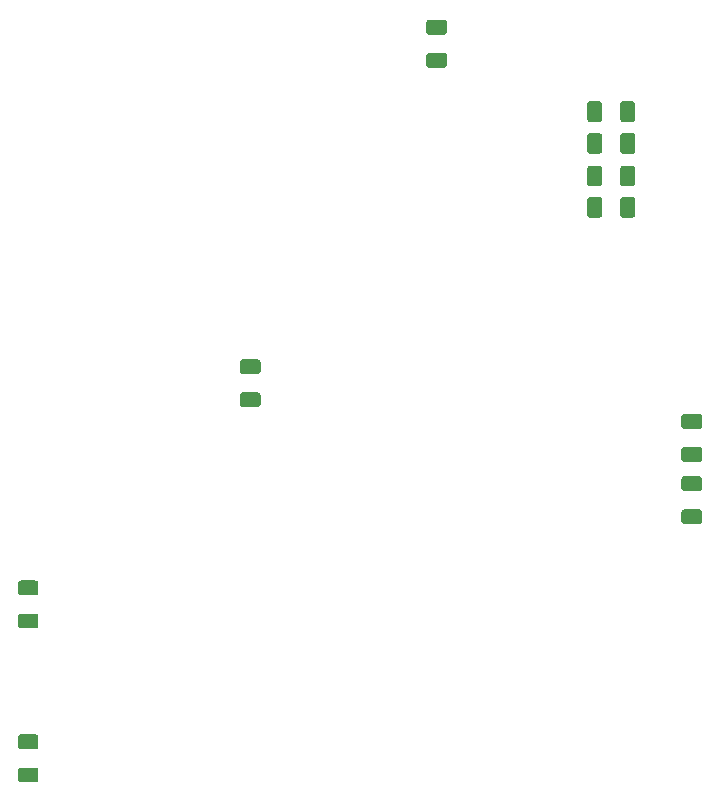
<source format=gbr>
G04 #@! TF.GenerationSoftware,KiCad,Pcbnew,5.1.2-f72e74a~84~ubuntu18.04.1*
G04 #@! TF.CreationDate,2022-02-01T20:37:36+01:00*
G04 #@! TF.ProjectId,T41Expander,54343145-7870-4616-9e64-65722e6b6963,rev?*
G04 #@! TF.SameCoordinates,Original*
G04 #@! TF.FileFunction,Paste,Top*
G04 #@! TF.FilePolarity,Positive*
%FSLAX46Y46*%
G04 Gerber Fmt 4.6, Leading zero omitted, Abs format (unit mm)*
G04 Created by KiCad (PCBNEW 5.1.2-f72e74a~84~ubuntu18.04.1) date 2022-02-01 20:37:36*
%MOMM*%
%LPD*%
G04 APERTURE LIST*
%ADD10C,0.100000*%
%ADD11C,1.250000*%
G04 APERTURE END LIST*
D10*
G36*
X34619464Y-46306164D02*
G01*
X34643733Y-46309764D01*
X34667531Y-46315725D01*
X34690631Y-46323990D01*
X34712809Y-46334480D01*
X34733853Y-46347093D01*
X34753558Y-46361707D01*
X34771737Y-46378183D01*
X34788213Y-46396362D01*
X34802827Y-46416067D01*
X34815440Y-46437111D01*
X34825930Y-46459289D01*
X34834195Y-46482389D01*
X34840156Y-46506187D01*
X34843756Y-46530456D01*
X34844960Y-46554960D01*
X34844960Y-47304960D01*
X34843756Y-47329464D01*
X34840156Y-47353733D01*
X34834195Y-47377531D01*
X34825930Y-47400631D01*
X34815440Y-47422809D01*
X34802827Y-47443853D01*
X34788213Y-47463558D01*
X34771737Y-47481737D01*
X34753558Y-47498213D01*
X34733853Y-47512827D01*
X34712809Y-47525440D01*
X34690631Y-47535930D01*
X34667531Y-47544195D01*
X34643733Y-47550156D01*
X34619464Y-47553756D01*
X34594960Y-47554960D01*
X33344960Y-47554960D01*
X33320456Y-47553756D01*
X33296187Y-47550156D01*
X33272389Y-47544195D01*
X33249289Y-47535930D01*
X33227111Y-47525440D01*
X33206067Y-47512827D01*
X33186362Y-47498213D01*
X33168183Y-47481737D01*
X33151707Y-47463558D01*
X33137093Y-47443853D01*
X33124480Y-47422809D01*
X33113990Y-47400631D01*
X33105725Y-47377531D01*
X33099764Y-47353733D01*
X33096164Y-47329464D01*
X33094960Y-47304960D01*
X33094960Y-46554960D01*
X33096164Y-46530456D01*
X33099764Y-46506187D01*
X33105725Y-46482389D01*
X33113990Y-46459289D01*
X33124480Y-46437111D01*
X33137093Y-46416067D01*
X33151707Y-46396362D01*
X33168183Y-46378183D01*
X33186362Y-46361707D01*
X33206067Y-46347093D01*
X33227111Y-46334480D01*
X33249289Y-46323990D01*
X33272389Y-46315725D01*
X33296187Y-46309764D01*
X33320456Y-46306164D01*
X33344960Y-46304960D01*
X34594960Y-46304960D01*
X34619464Y-46306164D01*
X34619464Y-46306164D01*
G37*
D11*
X33969960Y-46929960D03*
D10*
G36*
X34619464Y-43506164D02*
G01*
X34643733Y-43509764D01*
X34667531Y-43515725D01*
X34690631Y-43523990D01*
X34712809Y-43534480D01*
X34733853Y-43547093D01*
X34753558Y-43561707D01*
X34771737Y-43578183D01*
X34788213Y-43596362D01*
X34802827Y-43616067D01*
X34815440Y-43637111D01*
X34825930Y-43659289D01*
X34834195Y-43682389D01*
X34840156Y-43706187D01*
X34843756Y-43730456D01*
X34844960Y-43754960D01*
X34844960Y-44504960D01*
X34843756Y-44529464D01*
X34840156Y-44553733D01*
X34834195Y-44577531D01*
X34825930Y-44600631D01*
X34815440Y-44622809D01*
X34802827Y-44643853D01*
X34788213Y-44663558D01*
X34771737Y-44681737D01*
X34753558Y-44698213D01*
X34733853Y-44712827D01*
X34712809Y-44725440D01*
X34690631Y-44735930D01*
X34667531Y-44744195D01*
X34643733Y-44750156D01*
X34619464Y-44753756D01*
X34594960Y-44754960D01*
X33344960Y-44754960D01*
X33320456Y-44753756D01*
X33296187Y-44750156D01*
X33272389Y-44744195D01*
X33249289Y-44735930D01*
X33227111Y-44725440D01*
X33206067Y-44712827D01*
X33186362Y-44698213D01*
X33168183Y-44681737D01*
X33151707Y-44663558D01*
X33137093Y-44643853D01*
X33124480Y-44622809D01*
X33113990Y-44600631D01*
X33105725Y-44577531D01*
X33099764Y-44553733D01*
X33096164Y-44529464D01*
X33094960Y-44504960D01*
X33094960Y-43754960D01*
X33096164Y-43730456D01*
X33099764Y-43706187D01*
X33105725Y-43682389D01*
X33113990Y-43659289D01*
X33124480Y-43637111D01*
X33137093Y-43616067D01*
X33151707Y-43596362D01*
X33168183Y-43578183D01*
X33186362Y-43561707D01*
X33206067Y-43547093D01*
X33227111Y-43534480D01*
X33249289Y-43523990D01*
X33272389Y-43515725D01*
X33296187Y-43509764D01*
X33320456Y-43506164D01*
X33344960Y-43504960D01*
X34594960Y-43504960D01*
X34619464Y-43506164D01*
X34619464Y-43506164D01*
G37*
D11*
X33969960Y-44129960D03*
D10*
G36*
X15813304Y-65033124D02*
G01*
X15837573Y-65036724D01*
X15861371Y-65042685D01*
X15884471Y-65050950D01*
X15906649Y-65061440D01*
X15927693Y-65074053D01*
X15947398Y-65088667D01*
X15965577Y-65105143D01*
X15982053Y-65123322D01*
X15996667Y-65143027D01*
X16009280Y-65164071D01*
X16019770Y-65186249D01*
X16028035Y-65209349D01*
X16033996Y-65233147D01*
X16037596Y-65257416D01*
X16038800Y-65281920D01*
X16038800Y-66031920D01*
X16037596Y-66056424D01*
X16033996Y-66080693D01*
X16028035Y-66104491D01*
X16019770Y-66127591D01*
X16009280Y-66149769D01*
X15996667Y-66170813D01*
X15982053Y-66190518D01*
X15965577Y-66208697D01*
X15947398Y-66225173D01*
X15927693Y-66239787D01*
X15906649Y-66252400D01*
X15884471Y-66262890D01*
X15861371Y-66271155D01*
X15837573Y-66277116D01*
X15813304Y-66280716D01*
X15788800Y-66281920D01*
X14538800Y-66281920D01*
X14514296Y-66280716D01*
X14490027Y-66277116D01*
X14466229Y-66271155D01*
X14443129Y-66262890D01*
X14420951Y-66252400D01*
X14399907Y-66239787D01*
X14380202Y-66225173D01*
X14362023Y-66208697D01*
X14345547Y-66190518D01*
X14330933Y-66170813D01*
X14318320Y-66149769D01*
X14307830Y-66127591D01*
X14299565Y-66104491D01*
X14293604Y-66080693D01*
X14290004Y-66056424D01*
X14288800Y-66031920D01*
X14288800Y-65281920D01*
X14290004Y-65257416D01*
X14293604Y-65233147D01*
X14299565Y-65209349D01*
X14307830Y-65186249D01*
X14318320Y-65164071D01*
X14330933Y-65143027D01*
X14345547Y-65123322D01*
X14362023Y-65105143D01*
X14380202Y-65088667D01*
X14399907Y-65074053D01*
X14420951Y-65061440D01*
X14443129Y-65050950D01*
X14466229Y-65042685D01*
X14490027Y-65036724D01*
X14514296Y-65033124D01*
X14538800Y-65031920D01*
X15788800Y-65031920D01*
X15813304Y-65033124D01*
X15813304Y-65033124D01*
G37*
D11*
X15163800Y-65656920D03*
D10*
G36*
X15813304Y-62233124D02*
G01*
X15837573Y-62236724D01*
X15861371Y-62242685D01*
X15884471Y-62250950D01*
X15906649Y-62261440D01*
X15927693Y-62274053D01*
X15947398Y-62288667D01*
X15965577Y-62305143D01*
X15982053Y-62323322D01*
X15996667Y-62343027D01*
X16009280Y-62364071D01*
X16019770Y-62386249D01*
X16028035Y-62409349D01*
X16033996Y-62433147D01*
X16037596Y-62457416D01*
X16038800Y-62481920D01*
X16038800Y-63231920D01*
X16037596Y-63256424D01*
X16033996Y-63280693D01*
X16028035Y-63304491D01*
X16019770Y-63327591D01*
X16009280Y-63349769D01*
X15996667Y-63370813D01*
X15982053Y-63390518D01*
X15965577Y-63408697D01*
X15947398Y-63425173D01*
X15927693Y-63439787D01*
X15906649Y-63452400D01*
X15884471Y-63462890D01*
X15861371Y-63471155D01*
X15837573Y-63477116D01*
X15813304Y-63480716D01*
X15788800Y-63481920D01*
X14538800Y-63481920D01*
X14514296Y-63480716D01*
X14490027Y-63477116D01*
X14466229Y-63471155D01*
X14443129Y-63462890D01*
X14420951Y-63452400D01*
X14399907Y-63439787D01*
X14380202Y-63425173D01*
X14362023Y-63408697D01*
X14345547Y-63390518D01*
X14330933Y-63370813D01*
X14318320Y-63349769D01*
X14307830Y-63327591D01*
X14299565Y-63304491D01*
X14293604Y-63280693D01*
X14290004Y-63256424D01*
X14288800Y-63231920D01*
X14288800Y-62481920D01*
X14290004Y-62457416D01*
X14293604Y-62433147D01*
X14299565Y-62409349D01*
X14307830Y-62386249D01*
X14318320Y-62364071D01*
X14330933Y-62343027D01*
X14345547Y-62323322D01*
X14362023Y-62305143D01*
X14380202Y-62288667D01*
X14399907Y-62274053D01*
X14420951Y-62261440D01*
X14443129Y-62250950D01*
X14466229Y-62242685D01*
X14490027Y-62236724D01*
X14514296Y-62233124D01*
X14538800Y-62231920D01*
X15788800Y-62231920D01*
X15813304Y-62233124D01*
X15813304Y-62233124D01*
G37*
D11*
X15163800Y-62856920D03*
D10*
G36*
X72003184Y-48134044D02*
G01*
X72027453Y-48137644D01*
X72051251Y-48143605D01*
X72074351Y-48151870D01*
X72096529Y-48162360D01*
X72117573Y-48174973D01*
X72137278Y-48189587D01*
X72155457Y-48206063D01*
X72171933Y-48224242D01*
X72186547Y-48243947D01*
X72199160Y-48264991D01*
X72209650Y-48287169D01*
X72217915Y-48310269D01*
X72223876Y-48334067D01*
X72227476Y-48358336D01*
X72228680Y-48382840D01*
X72228680Y-49132840D01*
X72227476Y-49157344D01*
X72223876Y-49181613D01*
X72217915Y-49205411D01*
X72209650Y-49228511D01*
X72199160Y-49250689D01*
X72186547Y-49271733D01*
X72171933Y-49291438D01*
X72155457Y-49309617D01*
X72137278Y-49326093D01*
X72117573Y-49340707D01*
X72096529Y-49353320D01*
X72074351Y-49363810D01*
X72051251Y-49372075D01*
X72027453Y-49378036D01*
X72003184Y-49381636D01*
X71978680Y-49382840D01*
X70728680Y-49382840D01*
X70704176Y-49381636D01*
X70679907Y-49378036D01*
X70656109Y-49372075D01*
X70633009Y-49363810D01*
X70610831Y-49353320D01*
X70589787Y-49340707D01*
X70570082Y-49326093D01*
X70551903Y-49309617D01*
X70535427Y-49291438D01*
X70520813Y-49271733D01*
X70508200Y-49250689D01*
X70497710Y-49228511D01*
X70489445Y-49205411D01*
X70483484Y-49181613D01*
X70479884Y-49157344D01*
X70478680Y-49132840D01*
X70478680Y-48382840D01*
X70479884Y-48358336D01*
X70483484Y-48334067D01*
X70489445Y-48310269D01*
X70497710Y-48287169D01*
X70508200Y-48264991D01*
X70520813Y-48243947D01*
X70535427Y-48224242D01*
X70551903Y-48206063D01*
X70570082Y-48189587D01*
X70589787Y-48174973D01*
X70610831Y-48162360D01*
X70633009Y-48151870D01*
X70656109Y-48143605D01*
X70679907Y-48137644D01*
X70704176Y-48134044D01*
X70728680Y-48132840D01*
X71978680Y-48132840D01*
X72003184Y-48134044D01*
X72003184Y-48134044D01*
G37*
D11*
X71353680Y-48757840D03*
D10*
G36*
X72003184Y-50934044D02*
G01*
X72027453Y-50937644D01*
X72051251Y-50943605D01*
X72074351Y-50951870D01*
X72096529Y-50962360D01*
X72117573Y-50974973D01*
X72137278Y-50989587D01*
X72155457Y-51006063D01*
X72171933Y-51024242D01*
X72186547Y-51043947D01*
X72199160Y-51064991D01*
X72209650Y-51087169D01*
X72217915Y-51110269D01*
X72223876Y-51134067D01*
X72227476Y-51158336D01*
X72228680Y-51182840D01*
X72228680Y-51932840D01*
X72227476Y-51957344D01*
X72223876Y-51981613D01*
X72217915Y-52005411D01*
X72209650Y-52028511D01*
X72199160Y-52050689D01*
X72186547Y-52071733D01*
X72171933Y-52091438D01*
X72155457Y-52109617D01*
X72137278Y-52126093D01*
X72117573Y-52140707D01*
X72096529Y-52153320D01*
X72074351Y-52163810D01*
X72051251Y-52172075D01*
X72027453Y-52178036D01*
X72003184Y-52181636D01*
X71978680Y-52182840D01*
X70728680Y-52182840D01*
X70704176Y-52181636D01*
X70679907Y-52178036D01*
X70656109Y-52172075D01*
X70633009Y-52163810D01*
X70610831Y-52153320D01*
X70589787Y-52140707D01*
X70570082Y-52126093D01*
X70551903Y-52109617D01*
X70535427Y-52091438D01*
X70520813Y-52071733D01*
X70508200Y-52050689D01*
X70497710Y-52028511D01*
X70489445Y-52005411D01*
X70483484Y-51981613D01*
X70479884Y-51957344D01*
X70478680Y-51932840D01*
X70478680Y-51182840D01*
X70479884Y-51158336D01*
X70483484Y-51134067D01*
X70489445Y-51110269D01*
X70497710Y-51087169D01*
X70508200Y-51064991D01*
X70520813Y-51043947D01*
X70535427Y-51024242D01*
X70551903Y-51006063D01*
X70570082Y-50989587D01*
X70589787Y-50974973D01*
X70610831Y-50962360D01*
X70633009Y-50951870D01*
X70656109Y-50943605D01*
X70679907Y-50937644D01*
X70704176Y-50934044D01*
X70728680Y-50932840D01*
X71978680Y-50932840D01*
X72003184Y-50934044D01*
X72003184Y-50934044D01*
G37*
D11*
X71353680Y-51557840D03*
D10*
G36*
X15813304Y-78070484D02*
G01*
X15837573Y-78074084D01*
X15861371Y-78080045D01*
X15884471Y-78088310D01*
X15906649Y-78098800D01*
X15927693Y-78111413D01*
X15947398Y-78126027D01*
X15965577Y-78142503D01*
X15982053Y-78160682D01*
X15996667Y-78180387D01*
X16009280Y-78201431D01*
X16019770Y-78223609D01*
X16028035Y-78246709D01*
X16033996Y-78270507D01*
X16037596Y-78294776D01*
X16038800Y-78319280D01*
X16038800Y-79069280D01*
X16037596Y-79093784D01*
X16033996Y-79118053D01*
X16028035Y-79141851D01*
X16019770Y-79164951D01*
X16009280Y-79187129D01*
X15996667Y-79208173D01*
X15982053Y-79227878D01*
X15965577Y-79246057D01*
X15947398Y-79262533D01*
X15927693Y-79277147D01*
X15906649Y-79289760D01*
X15884471Y-79300250D01*
X15861371Y-79308515D01*
X15837573Y-79314476D01*
X15813304Y-79318076D01*
X15788800Y-79319280D01*
X14538800Y-79319280D01*
X14514296Y-79318076D01*
X14490027Y-79314476D01*
X14466229Y-79308515D01*
X14443129Y-79300250D01*
X14420951Y-79289760D01*
X14399907Y-79277147D01*
X14380202Y-79262533D01*
X14362023Y-79246057D01*
X14345547Y-79227878D01*
X14330933Y-79208173D01*
X14318320Y-79187129D01*
X14307830Y-79164951D01*
X14299565Y-79141851D01*
X14293604Y-79118053D01*
X14290004Y-79093784D01*
X14288800Y-79069280D01*
X14288800Y-78319280D01*
X14290004Y-78294776D01*
X14293604Y-78270507D01*
X14299565Y-78246709D01*
X14307830Y-78223609D01*
X14318320Y-78201431D01*
X14330933Y-78180387D01*
X14345547Y-78160682D01*
X14362023Y-78142503D01*
X14380202Y-78126027D01*
X14399907Y-78111413D01*
X14420951Y-78098800D01*
X14443129Y-78088310D01*
X14466229Y-78080045D01*
X14490027Y-78074084D01*
X14514296Y-78070484D01*
X14538800Y-78069280D01*
X15788800Y-78069280D01*
X15813304Y-78070484D01*
X15813304Y-78070484D01*
G37*
D11*
X15163800Y-78694280D03*
D10*
G36*
X15813304Y-75270484D02*
G01*
X15837573Y-75274084D01*
X15861371Y-75280045D01*
X15884471Y-75288310D01*
X15906649Y-75298800D01*
X15927693Y-75311413D01*
X15947398Y-75326027D01*
X15965577Y-75342503D01*
X15982053Y-75360682D01*
X15996667Y-75380387D01*
X16009280Y-75401431D01*
X16019770Y-75423609D01*
X16028035Y-75446709D01*
X16033996Y-75470507D01*
X16037596Y-75494776D01*
X16038800Y-75519280D01*
X16038800Y-76269280D01*
X16037596Y-76293784D01*
X16033996Y-76318053D01*
X16028035Y-76341851D01*
X16019770Y-76364951D01*
X16009280Y-76387129D01*
X15996667Y-76408173D01*
X15982053Y-76427878D01*
X15965577Y-76446057D01*
X15947398Y-76462533D01*
X15927693Y-76477147D01*
X15906649Y-76489760D01*
X15884471Y-76500250D01*
X15861371Y-76508515D01*
X15837573Y-76514476D01*
X15813304Y-76518076D01*
X15788800Y-76519280D01*
X14538800Y-76519280D01*
X14514296Y-76518076D01*
X14490027Y-76514476D01*
X14466229Y-76508515D01*
X14443129Y-76500250D01*
X14420951Y-76489760D01*
X14399907Y-76477147D01*
X14380202Y-76462533D01*
X14362023Y-76446057D01*
X14345547Y-76427878D01*
X14330933Y-76408173D01*
X14318320Y-76387129D01*
X14307830Y-76364951D01*
X14299565Y-76341851D01*
X14293604Y-76318053D01*
X14290004Y-76293784D01*
X14288800Y-76269280D01*
X14288800Y-75519280D01*
X14290004Y-75494776D01*
X14293604Y-75470507D01*
X14299565Y-75446709D01*
X14307830Y-75423609D01*
X14318320Y-75401431D01*
X14330933Y-75380387D01*
X14345547Y-75360682D01*
X14362023Y-75342503D01*
X14380202Y-75326027D01*
X14399907Y-75311413D01*
X14420951Y-75298800D01*
X14443129Y-75288310D01*
X14466229Y-75280045D01*
X14490027Y-75274084D01*
X14514296Y-75270484D01*
X14538800Y-75269280D01*
X15788800Y-75269280D01*
X15813304Y-75270484D01*
X15813304Y-75270484D01*
G37*
D11*
X15163800Y-75894280D03*
D10*
G36*
X72008264Y-53407084D02*
G01*
X72032533Y-53410684D01*
X72056331Y-53416645D01*
X72079431Y-53424910D01*
X72101609Y-53435400D01*
X72122653Y-53448013D01*
X72142358Y-53462627D01*
X72160537Y-53479103D01*
X72177013Y-53497282D01*
X72191627Y-53516987D01*
X72204240Y-53538031D01*
X72214730Y-53560209D01*
X72222995Y-53583309D01*
X72228956Y-53607107D01*
X72232556Y-53631376D01*
X72233760Y-53655880D01*
X72233760Y-54405880D01*
X72232556Y-54430384D01*
X72228956Y-54454653D01*
X72222995Y-54478451D01*
X72214730Y-54501551D01*
X72204240Y-54523729D01*
X72191627Y-54544773D01*
X72177013Y-54564478D01*
X72160537Y-54582657D01*
X72142358Y-54599133D01*
X72122653Y-54613747D01*
X72101609Y-54626360D01*
X72079431Y-54636850D01*
X72056331Y-54645115D01*
X72032533Y-54651076D01*
X72008264Y-54654676D01*
X71983760Y-54655880D01*
X70733760Y-54655880D01*
X70709256Y-54654676D01*
X70684987Y-54651076D01*
X70661189Y-54645115D01*
X70638089Y-54636850D01*
X70615911Y-54626360D01*
X70594867Y-54613747D01*
X70575162Y-54599133D01*
X70556983Y-54582657D01*
X70540507Y-54564478D01*
X70525893Y-54544773D01*
X70513280Y-54523729D01*
X70502790Y-54501551D01*
X70494525Y-54478451D01*
X70488564Y-54454653D01*
X70484964Y-54430384D01*
X70483760Y-54405880D01*
X70483760Y-53655880D01*
X70484964Y-53631376D01*
X70488564Y-53607107D01*
X70494525Y-53583309D01*
X70502790Y-53560209D01*
X70513280Y-53538031D01*
X70525893Y-53516987D01*
X70540507Y-53497282D01*
X70556983Y-53479103D01*
X70575162Y-53462627D01*
X70594867Y-53448013D01*
X70615911Y-53435400D01*
X70638089Y-53424910D01*
X70661189Y-53416645D01*
X70684987Y-53410684D01*
X70709256Y-53407084D01*
X70733760Y-53405880D01*
X71983760Y-53405880D01*
X72008264Y-53407084D01*
X72008264Y-53407084D01*
G37*
D11*
X71358760Y-54030880D03*
D10*
G36*
X72008264Y-56207084D02*
G01*
X72032533Y-56210684D01*
X72056331Y-56216645D01*
X72079431Y-56224910D01*
X72101609Y-56235400D01*
X72122653Y-56248013D01*
X72142358Y-56262627D01*
X72160537Y-56279103D01*
X72177013Y-56297282D01*
X72191627Y-56316987D01*
X72204240Y-56338031D01*
X72214730Y-56360209D01*
X72222995Y-56383309D01*
X72228956Y-56407107D01*
X72232556Y-56431376D01*
X72233760Y-56455880D01*
X72233760Y-57205880D01*
X72232556Y-57230384D01*
X72228956Y-57254653D01*
X72222995Y-57278451D01*
X72214730Y-57301551D01*
X72204240Y-57323729D01*
X72191627Y-57344773D01*
X72177013Y-57364478D01*
X72160537Y-57382657D01*
X72142358Y-57399133D01*
X72122653Y-57413747D01*
X72101609Y-57426360D01*
X72079431Y-57436850D01*
X72056331Y-57445115D01*
X72032533Y-57451076D01*
X72008264Y-57454676D01*
X71983760Y-57455880D01*
X70733760Y-57455880D01*
X70709256Y-57454676D01*
X70684987Y-57451076D01*
X70661189Y-57445115D01*
X70638089Y-57436850D01*
X70615911Y-57426360D01*
X70594867Y-57413747D01*
X70575162Y-57399133D01*
X70556983Y-57382657D01*
X70540507Y-57364478D01*
X70525893Y-57344773D01*
X70513280Y-57323729D01*
X70502790Y-57301551D01*
X70494525Y-57278451D01*
X70488564Y-57254653D01*
X70484964Y-57230384D01*
X70483760Y-57205880D01*
X70483760Y-56455880D01*
X70484964Y-56431376D01*
X70488564Y-56407107D01*
X70494525Y-56383309D01*
X70502790Y-56360209D01*
X70513280Y-56338031D01*
X70525893Y-56316987D01*
X70540507Y-56297282D01*
X70556983Y-56279103D01*
X70575162Y-56262627D01*
X70594867Y-56248013D01*
X70615911Y-56235400D01*
X70638089Y-56224910D01*
X70661189Y-56216645D01*
X70684987Y-56210684D01*
X70709256Y-56207084D01*
X70733760Y-56205880D01*
X71983760Y-56205880D01*
X72008264Y-56207084D01*
X72008264Y-56207084D01*
G37*
D11*
X71358760Y-56830880D03*
D10*
G36*
X50397944Y-17562604D02*
G01*
X50422213Y-17566204D01*
X50446011Y-17572165D01*
X50469111Y-17580430D01*
X50491289Y-17590920D01*
X50512333Y-17603533D01*
X50532038Y-17618147D01*
X50550217Y-17634623D01*
X50566693Y-17652802D01*
X50581307Y-17672507D01*
X50593920Y-17693551D01*
X50604410Y-17715729D01*
X50612675Y-17738829D01*
X50618636Y-17762627D01*
X50622236Y-17786896D01*
X50623440Y-17811400D01*
X50623440Y-18561400D01*
X50622236Y-18585904D01*
X50618636Y-18610173D01*
X50612675Y-18633971D01*
X50604410Y-18657071D01*
X50593920Y-18679249D01*
X50581307Y-18700293D01*
X50566693Y-18719998D01*
X50550217Y-18738177D01*
X50532038Y-18754653D01*
X50512333Y-18769267D01*
X50491289Y-18781880D01*
X50469111Y-18792370D01*
X50446011Y-18800635D01*
X50422213Y-18806596D01*
X50397944Y-18810196D01*
X50373440Y-18811400D01*
X49123440Y-18811400D01*
X49098936Y-18810196D01*
X49074667Y-18806596D01*
X49050869Y-18800635D01*
X49027769Y-18792370D01*
X49005591Y-18781880D01*
X48984547Y-18769267D01*
X48964842Y-18754653D01*
X48946663Y-18738177D01*
X48930187Y-18719998D01*
X48915573Y-18700293D01*
X48902960Y-18679249D01*
X48892470Y-18657071D01*
X48884205Y-18633971D01*
X48878244Y-18610173D01*
X48874644Y-18585904D01*
X48873440Y-18561400D01*
X48873440Y-17811400D01*
X48874644Y-17786896D01*
X48878244Y-17762627D01*
X48884205Y-17738829D01*
X48892470Y-17715729D01*
X48902960Y-17693551D01*
X48915573Y-17672507D01*
X48930187Y-17652802D01*
X48946663Y-17634623D01*
X48964842Y-17618147D01*
X48984547Y-17603533D01*
X49005591Y-17590920D01*
X49027769Y-17580430D01*
X49050869Y-17572165D01*
X49074667Y-17566204D01*
X49098936Y-17562604D01*
X49123440Y-17561400D01*
X50373440Y-17561400D01*
X50397944Y-17562604D01*
X50397944Y-17562604D01*
G37*
D11*
X49748440Y-18186400D03*
D10*
G36*
X50397944Y-14762604D02*
G01*
X50422213Y-14766204D01*
X50446011Y-14772165D01*
X50469111Y-14780430D01*
X50491289Y-14790920D01*
X50512333Y-14803533D01*
X50532038Y-14818147D01*
X50550217Y-14834623D01*
X50566693Y-14852802D01*
X50581307Y-14872507D01*
X50593920Y-14893551D01*
X50604410Y-14915729D01*
X50612675Y-14938829D01*
X50618636Y-14962627D01*
X50622236Y-14986896D01*
X50623440Y-15011400D01*
X50623440Y-15761400D01*
X50622236Y-15785904D01*
X50618636Y-15810173D01*
X50612675Y-15833971D01*
X50604410Y-15857071D01*
X50593920Y-15879249D01*
X50581307Y-15900293D01*
X50566693Y-15919998D01*
X50550217Y-15938177D01*
X50532038Y-15954653D01*
X50512333Y-15969267D01*
X50491289Y-15981880D01*
X50469111Y-15992370D01*
X50446011Y-16000635D01*
X50422213Y-16006596D01*
X50397944Y-16010196D01*
X50373440Y-16011400D01*
X49123440Y-16011400D01*
X49098936Y-16010196D01*
X49074667Y-16006596D01*
X49050869Y-16000635D01*
X49027769Y-15992370D01*
X49005591Y-15981880D01*
X48984547Y-15969267D01*
X48964842Y-15954653D01*
X48946663Y-15938177D01*
X48930187Y-15919998D01*
X48915573Y-15900293D01*
X48902960Y-15879249D01*
X48892470Y-15857071D01*
X48884205Y-15833971D01*
X48878244Y-15810173D01*
X48874644Y-15785904D01*
X48873440Y-15761400D01*
X48873440Y-15011400D01*
X48874644Y-14986896D01*
X48878244Y-14962627D01*
X48884205Y-14938829D01*
X48892470Y-14915729D01*
X48902960Y-14893551D01*
X48915573Y-14872507D01*
X48930187Y-14852802D01*
X48946663Y-14834623D01*
X48964842Y-14818147D01*
X48984547Y-14803533D01*
X49005591Y-14790920D01*
X49027769Y-14780430D01*
X49050869Y-14772165D01*
X49074667Y-14766204D01*
X49098936Y-14762604D01*
X49123440Y-14761400D01*
X50373440Y-14761400D01*
X50397944Y-14762604D01*
X50397944Y-14762604D01*
G37*
D11*
X49748440Y-15386400D03*
D10*
G36*
X63535824Y-21666164D02*
G01*
X63560093Y-21669764D01*
X63583891Y-21675725D01*
X63606991Y-21683990D01*
X63629169Y-21694480D01*
X63650213Y-21707093D01*
X63669918Y-21721707D01*
X63688097Y-21738183D01*
X63704573Y-21756362D01*
X63719187Y-21776067D01*
X63731800Y-21797111D01*
X63742290Y-21819289D01*
X63750555Y-21842389D01*
X63756516Y-21866187D01*
X63760116Y-21890456D01*
X63761320Y-21914960D01*
X63761320Y-23164960D01*
X63760116Y-23189464D01*
X63756516Y-23213733D01*
X63750555Y-23237531D01*
X63742290Y-23260631D01*
X63731800Y-23282809D01*
X63719187Y-23303853D01*
X63704573Y-23323558D01*
X63688097Y-23341737D01*
X63669918Y-23358213D01*
X63650213Y-23372827D01*
X63629169Y-23385440D01*
X63606991Y-23395930D01*
X63583891Y-23404195D01*
X63560093Y-23410156D01*
X63535824Y-23413756D01*
X63511320Y-23414960D01*
X62761320Y-23414960D01*
X62736816Y-23413756D01*
X62712547Y-23410156D01*
X62688749Y-23404195D01*
X62665649Y-23395930D01*
X62643471Y-23385440D01*
X62622427Y-23372827D01*
X62602722Y-23358213D01*
X62584543Y-23341737D01*
X62568067Y-23323558D01*
X62553453Y-23303853D01*
X62540840Y-23282809D01*
X62530350Y-23260631D01*
X62522085Y-23237531D01*
X62516124Y-23213733D01*
X62512524Y-23189464D01*
X62511320Y-23164960D01*
X62511320Y-21914960D01*
X62512524Y-21890456D01*
X62516124Y-21866187D01*
X62522085Y-21842389D01*
X62530350Y-21819289D01*
X62540840Y-21797111D01*
X62553453Y-21776067D01*
X62568067Y-21756362D01*
X62584543Y-21738183D01*
X62602722Y-21721707D01*
X62622427Y-21707093D01*
X62643471Y-21694480D01*
X62665649Y-21683990D01*
X62688749Y-21675725D01*
X62712547Y-21669764D01*
X62736816Y-21666164D01*
X62761320Y-21664960D01*
X63511320Y-21664960D01*
X63535824Y-21666164D01*
X63535824Y-21666164D01*
G37*
D11*
X63136320Y-22539960D03*
D10*
G36*
X66335824Y-21666164D02*
G01*
X66360093Y-21669764D01*
X66383891Y-21675725D01*
X66406991Y-21683990D01*
X66429169Y-21694480D01*
X66450213Y-21707093D01*
X66469918Y-21721707D01*
X66488097Y-21738183D01*
X66504573Y-21756362D01*
X66519187Y-21776067D01*
X66531800Y-21797111D01*
X66542290Y-21819289D01*
X66550555Y-21842389D01*
X66556516Y-21866187D01*
X66560116Y-21890456D01*
X66561320Y-21914960D01*
X66561320Y-23164960D01*
X66560116Y-23189464D01*
X66556516Y-23213733D01*
X66550555Y-23237531D01*
X66542290Y-23260631D01*
X66531800Y-23282809D01*
X66519187Y-23303853D01*
X66504573Y-23323558D01*
X66488097Y-23341737D01*
X66469918Y-23358213D01*
X66450213Y-23372827D01*
X66429169Y-23385440D01*
X66406991Y-23395930D01*
X66383891Y-23404195D01*
X66360093Y-23410156D01*
X66335824Y-23413756D01*
X66311320Y-23414960D01*
X65561320Y-23414960D01*
X65536816Y-23413756D01*
X65512547Y-23410156D01*
X65488749Y-23404195D01*
X65465649Y-23395930D01*
X65443471Y-23385440D01*
X65422427Y-23372827D01*
X65402722Y-23358213D01*
X65384543Y-23341737D01*
X65368067Y-23323558D01*
X65353453Y-23303853D01*
X65340840Y-23282809D01*
X65330350Y-23260631D01*
X65322085Y-23237531D01*
X65316124Y-23213733D01*
X65312524Y-23189464D01*
X65311320Y-23164960D01*
X65311320Y-21914960D01*
X65312524Y-21890456D01*
X65316124Y-21866187D01*
X65322085Y-21842389D01*
X65330350Y-21819289D01*
X65340840Y-21797111D01*
X65353453Y-21776067D01*
X65368067Y-21756362D01*
X65384543Y-21738183D01*
X65402722Y-21721707D01*
X65422427Y-21707093D01*
X65443471Y-21694480D01*
X65465649Y-21683990D01*
X65488749Y-21675725D01*
X65512547Y-21669764D01*
X65536816Y-21666164D01*
X65561320Y-21664960D01*
X66311320Y-21664960D01*
X66335824Y-21666164D01*
X66335824Y-21666164D01*
G37*
D11*
X65936320Y-22539960D03*
D10*
G36*
X66335824Y-24353484D02*
G01*
X66360093Y-24357084D01*
X66383891Y-24363045D01*
X66406991Y-24371310D01*
X66429169Y-24381800D01*
X66450213Y-24394413D01*
X66469918Y-24409027D01*
X66488097Y-24425503D01*
X66504573Y-24443682D01*
X66519187Y-24463387D01*
X66531800Y-24484431D01*
X66542290Y-24506609D01*
X66550555Y-24529709D01*
X66556516Y-24553507D01*
X66560116Y-24577776D01*
X66561320Y-24602280D01*
X66561320Y-25852280D01*
X66560116Y-25876784D01*
X66556516Y-25901053D01*
X66550555Y-25924851D01*
X66542290Y-25947951D01*
X66531800Y-25970129D01*
X66519187Y-25991173D01*
X66504573Y-26010878D01*
X66488097Y-26029057D01*
X66469918Y-26045533D01*
X66450213Y-26060147D01*
X66429169Y-26072760D01*
X66406991Y-26083250D01*
X66383891Y-26091515D01*
X66360093Y-26097476D01*
X66335824Y-26101076D01*
X66311320Y-26102280D01*
X65561320Y-26102280D01*
X65536816Y-26101076D01*
X65512547Y-26097476D01*
X65488749Y-26091515D01*
X65465649Y-26083250D01*
X65443471Y-26072760D01*
X65422427Y-26060147D01*
X65402722Y-26045533D01*
X65384543Y-26029057D01*
X65368067Y-26010878D01*
X65353453Y-25991173D01*
X65340840Y-25970129D01*
X65330350Y-25947951D01*
X65322085Y-25924851D01*
X65316124Y-25901053D01*
X65312524Y-25876784D01*
X65311320Y-25852280D01*
X65311320Y-24602280D01*
X65312524Y-24577776D01*
X65316124Y-24553507D01*
X65322085Y-24529709D01*
X65330350Y-24506609D01*
X65340840Y-24484431D01*
X65353453Y-24463387D01*
X65368067Y-24443682D01*
X65384543Y-24425503D01*
X65402722Y-24409027D01*
X65422427Y-24394413D01*
X65443471Y-24381800D01*
X65465649Y-24371310D01*
X65488749Y-24363045D01*
X65512547Y-24357084D01*
X65536816Y-24353484D01*
X65561320Y-24352280D01*
X66311320Y-24352280D01*
X66335824Y-24353484D01*
X66335824Y-24353484D01*
G37*
D11*
X65936320Y-25227280D03*
D10*
G36*
X63535824Y-24353484D02*
G01*
X63560093Y-24357084D01*
X63583891Y-24363045D01*
X63606991Y-24371310D01*
X63629169Y-24381800D01*
X63650213Y-24394413D01*
X63669918Y-24409027D01*
X63688097Y-24425503D01*
X63704573Y-24443682D01*
X63719187Y-24463387D01*
X63731800Y-24484431D01*
X63742290Y-24506609D01*
X63750555Y-24529709D01*
X63756516Y-24553507D01*
X63760116Y-24577776D01*
X63761320Y-24602280D01*
X63761320Y-25852280D01*
X63760116Y-25876784D01*
X63756516Y-25901053D01*
X63750555Y-25924851D01*
X63742290Y-25947951D01*
X63731800Y-25970129D01*
X63719187Y-25991173D01*
X63704573Y-26010878D01*
X63688097Y-26029057D01*
X63669918Y-26045533D01*
X63650213Y-26060147D01*
X63629169Y-26072760D01*
X63606991Y-26083250D01*
X63583891Y-26091515D01*
X63560093Y-26097476D01*
X63535824Y-26101076D01*
X63511320Y-26102280D01*
X62761320Y-26102280D01*
X62736816Y-26101076D01*
X62712547Y-26097476D01*
X62688749Y-26091515D01*
X62665649Y-26083250D01*
X62643471Y-26072760D01*
X62622427Y-26060147D01*
X62602722Y-26045533D01*
X62584543Y-26029057D01*
X62568067Y-26010878D01*
X62553453Y-25991173D01*
X62540840Y-25970129D01*
X62530350Y-25947951D01*
X62522085Y-25924851D01*
X62516124Y-25901053D01*
X62512524Y-25876784D01*
X62511320Y-25852280D01*
X62511320Y-24602280D01*
X62512524Y-24577776D01*
X62516124Y-24553507D01*
X62522085Y-24529709D01*
X62530350Y-24506609D01*
X62540840Y-24484431D01*
X62553453Y-24463387D01*
X62568067Y-24443682D01*
X62584543Y-24425503D01*
X62602722Y-24409027D01*
X62622427Y-24394413D01*
X62643471Y-24381800D01*
X62665649Y-24371310D01*
X62688749Y-24363045D01*
X62712547Y-24357084D01*
X62736816Y-24353484D01*
X62761320Y-24352280D01*
X63511320Y-24352280D01*
X63535824Y-24353484D01*
X63535824Y-24353484D01*
G37*
D11*
X63136320Y-25227280D03*
D10*
G36*
X63535824Y-27117004D02*
G01*
X63560093Y-27120604D01*
X63583891Y-27126565D01*
X63606991Y-27134830D01*
X63629169Y-27145320D01*
X63650213Y-27157933D01*
X63669918Y-27172547D01*
X63688097Y-27189023D01*
X63704573Y-27207202D01*
X63719187Y-27226907D01*
X63731800Y-27247951D01*
X63742290Y-27270129D01*
X63750555Y-27293229D01*
X63756516Y-27317027D01*
X63760116Y-27341296D01*
X63761320Y-27365800D01*
X63761320Y-28615800D01*
X63760116Y-28640304D01*
X63756516Y-28664573D01*
X63750555Y-28688371D01*
X63742290Y-28711471D01*
X63731800Y-28733649D01*
X63719187Y-28754693D01*
X63704573Y-28774398D01*
X63688097Y-28792577D01*
X63669918Y-28809053D01*
X63650213Y-28823667D01*
X63629169Y-28836280D01*
X63606991Y-28846770D01*
X63583891Y-28855035D01*
X63560093Y-28860996D01*
X63535824Y-28864596D01*
X63511320Y-28865800D01*
X62761320Y-28865800D01*
X62736816Y-28864596D01*
X62712547Y-28860996D01*
X62688749Y-28855035D01*
X62665649Y-28846770D01*
X62643471Y-28836280D01*
X62622427Y-28823667D01*
X62602722Y-28809053D01*
X62584543Y-28792577D01*
X62568067Y-28774398D01*
X62553453Y-28754693D01*
X62540840Y-28733649D01*
X62530350Y-28711471D01*
X62522085Y-28688371D01*
X62516124Y-28664573D01*
X62512524Y-28640304D01*
X62511320Y-28615800D01*
X62511320Y-27365800D01*
X62512524Y-27341296D01*
X62516124Y-27317027D01*
X62522085Y-27293229D01*
X62530350Y-27270129D01*
X62540840Y-27247951D01*
X62553453Y-27226907D01*
X62568067Y-27207202D01*
X62584543Y-27189023D01*
X62602722Y-27172547D01*
X62622427Y-27157933D01*
X62643471Y-27145320D01*
X62665649Y-27134830D01*
X62688749Y-27126565D01*
X62712547Y-27120604D01*
X62736816Y-27117004D01*
X62761320Y-27115800D01*
X63511320Y-27115800D01*
X63535824Y-27117004D01*
X63535824Y-27117004D01*
G37*
D11*
X63136320Y-27990800D03*
D10*
G36*
X66335824Y-27117004D02*
G01*
X66360093Y-27120604D01*
X66383891Y-27126565D01*
X66406991Y-27134830D01*
X66429169Y-27145320D01*
X66450213Y-27157933D01*
X66469918Y-27172547D01*
X66488097Y-27189023D01*
X66504573Y-27207202D01*
X66519187Y-27226907D01*
X66531800Y-27247951D01*
X66542290Y-27270129D01*
X66550555Y-27293229D01*
X66556516Y-27317027D01*
X66560116Y-27341296D01*
X66561320Y-27365800D01*
X66561320Y-28615800D01*
X66560116Y-28640304D01*
X66556516Y-28664573D01*
X66550555Y-28688371D01*
X66542290Y-28711471D01*
X66531800Y-28733649D01*
X66519187Y-28754693D01*
X66504573Y-28774398D01*
X66488097Y-28792577D01*
X66469918Y-28809053D01*
X66450213Y-28823667D01*
X66429169Y-28836280D01*
X66406991Y-28846770D01*
X66383891Y-28855035D01*
X66360093Y-28860996D01*
X66335824Y-28864596D01*
X66311320Y-28865800D01*
X65561320Y-28865800D01*
X65536816Y-28864596D01*
X65512547Y-28860996D01*
X65488749Y-28855035D01*
X65465649Y-28846770D01*
X65443471Y-28836280D01*
X65422427Y-28823667D01*
X65402722Y-28809053D01*
X65384543Y-28792577D01*
X65368067Y-28774398D01*
X65353453Y-28754693D01*
X65340840Y-28733649D01*
X65330350Y-28711471D01*
X65322085Y-28688371D01*
X65316124Y-28664573D01*
X65312524Y-28640304D01*
X65311320Y-28615800D01*
X65311320Y-27365800D01*
X65312524Y-27341296D01*
X65316124Y-27317027D01*
X65322085Y-27293229D01*
X65330350Y-27270129D01*
X65340840Y-27247951D01*
X65353453Y-27226907D01*
X65368067Y-27207202D01*
X65384543Y-27189023D01*
X65402722Y-27172547D01*
X65422427Y-27157933D01*
X65443471Y-27145320D01*
X65465649Y-27134830D01*
X65488749Y-27126565D01*
X65512547Y-27120604D01*
X65536816Y-27117004D01*
X65561320Y-27115800D01*
X66311320Y-27115800D01*
X66335824Y-27117004D01*
X66335824Y-27117004D01*
G37*
D11*
X65936320Y-27990800D03*
D10*
G36*
X66335824Y-29758604D02*
G01*
X66360093Y-29762204D01*
X66383891Y-29768165D01*
X66406991Y-29776430D01*
X66429169Y-29786920D01*
X66450213Y-29799533D01*
X66469918Y-29814147D01*
X66488097Y-29830623D01*
X66504573Y-29848802D01*
X66519187Y-29868507D01*
X66531800Y-29889551D01*
X66542290Y-29911729D01*
X66550555Y-29934829D01*
X66556516Y-29958627D01*
X66560116Y-29982896D01*
X66561320Y-30007400D01*
X66561320Y-31257400D01*
X66560116Y-31281904D01*
X66556516Y-31306173D01*
X66550555Y-31329971D01*
X66542290Y-31353071D01*
X66531800Y-31375249D01*
X66519187Y-31396293D01*
X66504573Y-31415998D01*
X66488097Y-31434177D01*
X66469918Y-31450653D01*
X66450213Y-31465267D01*
X66429169Y-31477880D01*
X66406991Y-31488370D01*
X66383891Y-31496635D01*
X66360093Y-31502596D01*
X66335824Y-31506196D01*
X66311320Y-31507400D01*
X65561320Y-31507400D01*
X65536816Y-31506196D01*
X65512547Y-31502596D01*
X65488749Y-31496635D01*
X65465649Y-31488370D01*
X65443471Y-31477880D01*
X65422427Y-31465267D01*
X65402722Y-31450653D01*
X65384543Y-31434177D01*
X65368067Y-31415998D01*
X65353453Y-31396293D01*
X65340840Y-31375249D01*
X65330350Y-31353071D01*
X65322085Y-31329971D01*
X65316124Y-31306173D01*
X65312524Y-31281904D01*
X65311320Y-31257400D01*
X65311320Y-30007400D01*
X65312524Y-29982896D01*
X65316124Y-29958627D01*
X65322085Y-29934829D01*
X65330350Y-29911729D01*
X65340840Y-29889551D01*
X65353453Y-29868507D01*
X65368067Y-29848802D01*
X65384543Y-29830623D01*
X65402722Y-29814147D01*
X65422427Y-29799533D01*
X65443471Y-29786920D01*
X65465649Y-29776430D01*
X65488749Y-29768165D01*
X65512547Y-29762204D01*
X65536816Y-29758604D01*
X65561320Y-29757400D01*
X66311320Y-29757400D01*
X66335824Y-29758604D01*
X66335824Y-29758604D01*
G37*
D11*
X65936320Y-30632400D03*
D10*
G36*
X63535824Y-29758604D02*
G01*
X63560093Y-29762204D01*
X63583891Y-29768165D01*
X63606991Y-29776430D01*
X63629169Y-29786920D01*
X63650213Y-29799533D01*
X63669918Y-29814147D01*
X63688097Y-29830623D01*
X63704573Y-29848802D01*
X63719187Y-29868507D01*
X63731800Y-29889551D01*
X63742290Y-29911729D01*
X63750555Y-29934829D01*
X63756516Y-29958627D01*
X63760116Y-29982896D01*
X63761320Y-30007400D01*
X63761320Y-31257400D01*
X63760116Y-31281904D01*
X63756516Y-31306173D01*
X63750555Y-31329971D01*
X63742290Y-31353071D01*
X63731800Y-31375249D01*
X63719187Y-31396293D01*
X63704573Y-31415998D01*
X63688097Y-31434177D01*
X63669918Y-31450653D01*
X63650213Y-31465267D01*
X63629169Y-31477880D01*
X63606991Y-31488370D01*
X63583891Y-31496635D01*
X63560093Y-31502596D01*
X63535824Y-31506196D01*
X63511320Y-31507400D01*
X62761320Y-31507400D01*
X62736816Y-31506196D01*
X62712547Y-31502596D01*
X62688749Y-31496635D01*
X62665649Y-31488370D01*
X62643471Y-31477880D01*
X62622427Y-31465267D01*
X62602722Y-31450653D01*
X62584543Y-31434177D01*
X62568067Y-31415998D01*
X62553453Y-31396293D01*
X62540840Y-31375249D01*
X62530350Y-31353071D01*
X62522085Y-31329971D01*
X62516124Y-31306173D01*
X62512524Y-31281904D01*
X62511320Y-31257400D01*
X62511320Y-30007400D01*
X62512524Y-29982896D01*
X62516124Y-29958627D01*
X62522085Y-29934829D01*
X62530350Y-29911729D01*
X62540840Y-29889551D01*
X62553453Y-29868507D01*
X62568067Y-29848802D01*
X62584543Y-29830623D01*
X62602722Y-29814147D01*
X62622427Y-29799533D01*
X62643471Y-29786920D01*
X62665649Y-29776430D01*
X62688749Y-29768165D01*
X62712547Y-29762204D01*
X62736816Y-29758604D01*
X62761320Y-29757400D01*
X63511320Y-29757400D01*
X63535824Y-29758604D01*
X63535824Y-29758604D01*
G37*
D11*
X63136320Y-30632400D03*
M02*

</source>
